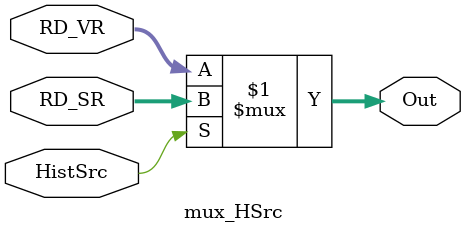
<source format=sv>
module mux_HSrc (input logic [7:0] RD_SR, RD_VR,
						input logic HistSrc,
						output logic [7:0] Out);
					
		assign Out = ( HistSrc ) ? RD_SR : RD_VR;

endmodule  
</source>
